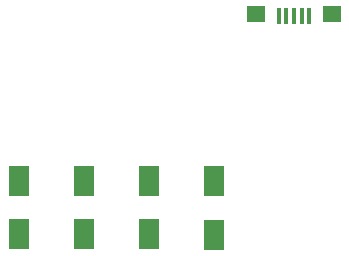
<source format=gbr>
%TF.GenerationSoftware,KiCad,Pcbnew,(5.1.9)-1*%
%TF.CreationDate,2021-05-07T20:49:00+02:00*%
%TF.ProjectId,UPL_Mouse,55504c5f-4d6f-4757-9365-2e6b69636164,rev?*%
%TF.SameCoordinates,Original*%
%TF.FileFunction,Paste,Top*%
%TF.FilePolarity,Positive*%
%FSLAX46Y46*%
G04 Gerber Fmt 4.6, Leading zero omitted, Abs format (unit mm)*
G04 Created by KiCad (PCBNEW (5.1.9)-1) date 2021-05-07 20:49:00*
%MOMM*%
%LPD*%
G01*
G04 APERTURE LIST*
%ADD10R,1.800000X2.600000*%
%ADD11R,0.406400X1.346200*%
%ADD12R,1.600200X1.397000*%
G04 APERTURE END LIST*
D10*
%TO.C,C4*%
X134740000Y-117900000D03*
X134740000Y-113400000D03*
%TD*%
%TO.C,C3*%
X129210000Y-117890000D03*
X129210000Y-113390000D03*
%TD*%
%TO.C,C2*%
X123700000Y-117890000D03*
X123700000Y-113390000D03*
%TD*%
%TO.C,C1*%
X118190000Y-117890000D03*
X118190000Y-113390000D03*
%TD*%
D11*
%TO.C,J3*%
X142778000Y-99432699D03*
X142127999Y-99432699D03*
X141478000Y-99432699D03*
X140828001Y-99432699D03*
X140178000Y-99432699D03*
D12*
X144678001Y-99207699D03*
X138277999Y-99207699D03*
%TD*%
M02*

</source>
